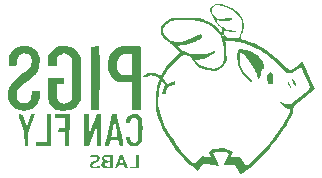
<source format=gbo>
G04 Layer: BottomSilkscreenLayer*
G04 EasyEDA v6.5.15, 2022-10-09 22:19:18*
G04 792860b319f64621ac1ba377023e4090,0b3a2bb33c9248688526e96ab25d6e06,10*
G04 Gerber Generator version 0.2*
G04 Scale: 100 percent, Rotated: No, Reflected: No *
G04 Dimensions in millimeters *
G04 leading zeros omitted , absolute positions ,4 integer and 5 decimal *
%FSLAX45Y45*%
%MOMM*%

%ADD10C,0.0001*%

%LPD*%
G36*
X3301034Y2150008D02*
G01*
X3259277Y2124608D01*
X3251149Y2092401D01*
X3253525Y2087981D01*
X3267506Y2087981D01*
X3267557Y2092452D01*
X3268065Y2096820D01*
X3269081Y2101189D01*
X3270554Y2105456D01*
X3272485Y2109571D01*
X3274923Y2113635D01*
X3277870Y2117547D01*
X3281324Y2121255D01*
X3297224Y2137105D01*
X3323894Y2136597D01*
X3334765Y2135632D01*
X3345891Y2133955D01*
X3357270Y2131568D01*
X3368751Y2128570D01*
X3380282Y2124913D01*
X3391814Y2120646D01*
X3403244Y2115870D01*
X3414572Y2110587D01*
X3425698Y2104847D01*
X3436518Y2098700D01*
X3446983Y2092147D01*
X3457041Y2085238D01*
X3466642Y2078075D01*
X3475634Y2070607D01*
X3484016Y2062937D01*
X3491687Y2055063D01*
X3498596Y2047036D01*
X3504692Y2038908D01*
X3507435Y2034844D01*
X3512108Y2026615D01*
X3524707Y2002028D01*
X3524300Y1927301D01*
X3495395Y1856282D01*
X3476650Y1857451D01*
X3406749Y1859483D01*
X3387902Y1879549D01*
X3380638Y1887931D01*
X3374644Y1895906D01*
X3370630Y1902612D01*
X3369106Y1907133D01*
X3369106Y1914601D01*
X3467455Y1909673D01*
X3480054Y1922221D01*
X3395573Y1928977D01*
X3362706Y1948383D01*
X3352546Y1955647D01*
X3342690Y1963928D01*
X3333445Y1972716D01*
X3325317Y1981657D01*
X3318611Y1990242D01*
X3315919Y1994306D01*
X3313734Y1998116D01*
X3312109Y2001621D01*
X3311144Y2004822D01*
X3310788Y2007565D01*
X3310788Y2014118D01*
X3327400Y2007819D01*
X3333038Y2005990D01*
X3339236Y2004415D01*
X3345840Y2003196D01*
X3352850Y2002282D01*
X3360064Y2001672D01*
X3367532Y2001316D01*
X3375050Y2001215D01*
X3382568Y2001418D01*
X3397250Y2002536D01*
X3410915Y2004568D01*
X3417112Y2005939D01*
X3422751Y2007514D01*
X3427780Y2009241D01*
X3432098Y2011172D01*
X3435604Y2013254D01*
X3438245Y2015489D01*
X3439871Y2017928D01*
X3440429Y2020468D01*
X3440429Y2026056D01*
X3320491Y2024125D01*
X3297021Y2040178D01*
X3292144Y2044141D01*
X3287674Y2048205D01*
X3283661Y2052421D01*
X3280105Y2056688D01*
X3276955Y2061057D01*
X3274212Y2065477D01*
X3271977Y2069947D01*
X3270148Y2074468D01*
X3268827Y2078989D01*
X3267913Y2083460D01*
X3267506Y2087981D01*
X3253525Y2087981D01*
X3298799Y2004060D01*
X3305352Y1993239D01*
X3312312Y1982724D01*
X3319322Y1973021D01*
X3326079Y1964588D01*
X3332073Y1958035D01*
X3352901Y1940204D01*
X3355035Y1924050D01*
X3355746Y1920392D01*
X3358337Y1911451D01*
X3362248Y1901393D01*
X3366922Y1891487D01*
X3373678Y1878787D01*
X3376269Y1872132D01*
X3376929Y1867611D01*
X3375558Y1865934D01*
X3372358Y1867611D01*
X3368090Y1872132D01*
X3363366Y1878787D01*
X3358692Y1886915D01*
X3352901Y1897583D01*
X3346704Y1907793D01*
X3340100Y1917598D01*
X3333089Y1926996D01*
X3325571Y1935988D01*
X3317646Y1944573D01*
X3309213Y1952853D01*
X3300272Y1960727D01*
X3290773Y1968296D01*
X3280816Y1975510D01*
X3270250Y1982470D01*
X3259175Y1989074D01*
X3247440Y1995424D01*
X3235198Y2001469D01*
X3222294Y2007311D01*
X3208731Y2012848D01*
X3164941Y2030120D01*
X2931566Y2030526D01*
X2905048Y2016404D01*
X2899257Y2013102D01*
X2893110Y2009089D01*
X2886710Y2004568D01*
X2880258Y1999640D01*
X2868066Y1989226D01*
X2862681Y1984044D01*
X2858008Y1979117D01*
X2837586Y1955901D01*
X2837586Y1929282D01*
X2855823Y1929282D01*
X2866186Y1950872D01*
X2868676Y1955495D01*
X2871927Y1960422D01*
X2875686Y1965452D01*
X2879852Y1970481D01*
X2884322Y1975256D01*
X2888996Y1979777D01*
X2893669Y1983790D01*
X2898241Y1987194D01*
X2919933Y2001926D01*
X2964332Y2009089D01*
X2976829Y2010816D01*
X2989427Y2012188D01*
X3008579Y2013712D01*
X3021431Y2014372D01*
X3040786Y2014778D01*
X3066592Y2014321D01*
X3079394Y2013661D01*
X3104743Y2011527D01*
X3117189Y2010054D01*
X3141573Y2006295D01*
X3153410Y2004009D01*
X3164992Y2001469D01*
X3176320Y1998675D01*
X3187242Y1995678D01*
X3197860Y1992375D01*
X3208070Y1988870D01*
X3217926Y1985111D01*
X3227273Y1981098D01*
X3236163Y1976882D01*
X3279190Y1954123D01*
X3336036Y1891131D01*
X3352241Y1848205D01*
X3356406Y1835657D01*
X3360165Y1822907D01*
X3363468Y1810004D01*
X3366312Y1796999D01*
X3368751Y1783943D01*
X3370681Y1770938D01*
X3372154Y1758035D01*
X3373170Y1745335D01*
X3373729Y1732838D01*
X3373831Y1720697D01*
X3373475Y1708912D01*
X3372612Y1697583D01*
X3371291Y1686763D01*
X3369462Y1676501D01*
X3367176Y1666900D01*
X3364382Y1658010D01*
X3361080Y1649933D01*
X3348736Y1625904D01*
X3289503Y1599793D01*
X3249930Y1605127D01*
X3236620Y1607718D01*
X3223463Y1611071D01*
X3210661Y1615186D01*
X3198215Y1619910D01*
X3186379Y1625295D01*
X3175152Y1631188D01*
X3169818Y1634337D01*
X3159810Y1640992D01*
X3150768Y1648104D01*
X3142742Y1655572D01*
X3122117Y1676806D01*
X3203803Y1685289D01*
X3297834Y1729739D01*
X3297834Y1738630D01*
X3297478Y1743862D01*
X3296310Y1747621D01*
X3294075Y1749806D01*
X3290417Y1750415D01*
X3285185Y1749501D01*
X3278073Y1747062D01*
X3268827Y1743049D01*
X3223260Y1720697D01*
X3087166Y1720697D01*
X3046476Y1740712D01*
X3035909Y1746453D01*
X3025089Y1752752D01*
X3014573Y1759254D01*
X3005023Y1765655D01*
X2996844Y1771599D01*
X2971190Y1792884D01*
X3021431Y1798066D01*
X3034487Y1799945D01*
X3047593Y1802384D01*
X3060649Y1805381D01*
X3073603Y1808835D01*
X3086354Y1812747D01*
X3098901Y1817116D01*
X3111144Y1821891D01*
X3122980Y1827123D01*
X3134410Y1832711D01*
X3145282Y1838655D01*
X3155594Y1844903D01*
X3188512Y1867204D01*
X3183382Y1880717D01*
X3181451Y1887270D01*
X3180892Y1890318D01*
X3180080Y1891233D01*
X3178759Y1891741D01*
X3176879Y1891842D01*
X3174441Y1891588D01*
X3167786Y1889912D01*
X3158591Y1886559D01*
X3146856Y1881581D01*
X3132378Y1874875D01*
X3115005Y1866442D01*
X3045256Y1831289D01*
X2998165Y1827987D01*
X2980791Y1827682D01*
X2963926Y1828088D01*
X2949702Y1829257D01*
X2944164Y1830070D01*
X2920695Y1834489D01*
X2863850Y1886661D01*
X2855823Y1929282D01*
X2837586Y1929282D01*
X2837586Y1893519D01*
X2856077Y1869897D01*
X2864916Y1860042D01*
X2874518Y1850542D01*
X2884627Y1841601D01*
X2894838Y1833575D01*
X2904947Y1826717D01*
X2911805Y1822551D01*
X2917596Y1818233D01*
X2925521Y1811832D01*
X2945536Y1794459D01*
X2956661Y1784400D01*
X3002889Y1741220D01*
X2879394Y1617370D01*
X2837586Y1538071D01*
X2789478Y1562506D01*
X2724150Y1562455D01*
X2702610Y1549349D01*
X2696108Y1545183D01*
X2690774Y1541373D01*
X2686659Y1537919D01*
X2683662Y1534820D01*
X2681782Y1532128D01*
X2680970Y1529842D01*
X2681224Y1527962D01*
X2682494Y1526590D01*
X2684729Y1525676D01*
X2687929Y1525270D01*
X2692044Y1525371D01*
X2697073Y1525981D01*
X2702966Y1527149D01*
X2709672Y1528927D01*
X2717190Y1531315D01*
X2725470Y1534261D01*
X2752750Y1544675D01*
X2775254Y1540459D01*
X2780080Y1539392D01*
X2790190Y1536192D01*
X2795219Y1534210D01*
X2800045Y1532026D01*
X2804464Y1529740D01*
X2808376Y1527403D01*
X2811627Y1525066D01*
X2825445Y1513890D01*
X2817063Y1491742D01*
X2811729Y1473860D01*
X2805734Y1450136D01*
X2802839Y1437589D01*
X2792222Y1387297D01*
X2792222Y1288084D01*
X2816707Y1288084D01*
X2823210Y1417218D01*
X2847949Y1494688D01*
X2871978Y1458366D01*
X2861259Y1435963D01*
X2857093Y1426006D01*
X2853690Y1415440D01*
X2852369Y1410360D01*
X2850743Y1401267D01*
X2850540Y1397609D01*
X2850540Y1381709D01*
X2876448Y1381709D01*
X2876448Y1413002D01*
X2909671Y1452270D01*
X2954274Y1460601D01*
X2954274Y1491691D01*
X2928467Y1485341D01*
X2911805Y1480464D01*
X2891739Y1473301D01*
X2856128Y1517700D01*
X2903880Y1602740D01*
X2954020Y1655267D01*
X2963672Y1665071D01*
X2982823Y1683512D01*
X2999994Y1698853D01*
X3007106Y1704746D01*
X3012948Y1709115D01*
X3035808Y1723288D01*
X3096209Y1701647D01*
X3099968Y1686560D01*
X3101289Y1682953D01*
X3103524Y1678482D01*
X3106521Y1673352D01*
X3114548Y1661718D01*
X3124352Y1649475D01*
X3129635Y1643532D01*
X3155492Y1615592D01*
X3223260Y1586433D01*
X3307537Y1580743D01*
X3365195Y1611579D01*
X3396081Y1669034D01*
X3392576Y1746097D01*
X3391509Y1764284D01*
X3388817Y1796084D01*
X3387344Y1808124D01*
X3385972Y1816557D01*
X3385312Y1819148D01*
X3380587Y1833676D01*
X3418027Y1832660D01*
X3441547Y1831339D01*
X3453180Y1830324D01*
X3476244Y1827580D01*
X3487674Y1825853D01*
X3510330Y1821637D01*
X3532733Y1816455D01*
X3543858Y1813509D01*
X3565906Y1806803D01*
X3576929Y1803095D01*
X3587851Y1799132D01*
X3604158Y1792681D01*
X3625850Y1783181D01*
X3636619Y1778050D01*
X3658108Y1766976D01*
X3679545Y1754835D01*
X3695547Y1745030D01*
X3711549Y1734616D01*
X3727551Y1723593D01*
X3743553Y1711960D01*
X3759555Y1699666D01*
X3780942Y1682343D01*
X3802379Y1663852D01*
X3823919Y1644243D01*
X3845509Y1623466D01*
X3908704Y1560576D01*
X3948480Y1561693D01*
X4024477Y1613916D01*
X4059021Y1538071D01*
X4089095Y1473149D01*
X4093108Y1464056D01*
X4096004Y1456182D01*
X4097629Y1449171D01*
X4097934Y1445869D01*
X4097883Y1442669D01*
X4097426Y1439570D01*
X4096512Y1436420D01*
X4095191Y1433322D01*
X4093464Y1430070D01*
X4091228Y1426768D01*
X4088485Y1423314D01*
X4081475Y1415796D01*
X4072280Y1407160D01*
X4060698Y1397152D01*
X3940048Y1297736D01*
X3920439Y1297736D01*
X3915816Y1297990D01*
X3910126Y1298752D01*
X3896563Y1301445D01*
X3889095Y1303324D01*
X3873957Y1307846D01*
X3832606Y1323035D01*
X3894328Y1266494D01*
X3918102Y1261211D01*
X3921912Y1260195D01*
X3925062Y1259027D01*
X3927601Y1257604D01*
X3929481Y1255826D01*
X3930700Y1253642D01*
X3931259Y1250848D01*
X3931158Y1247444D01*
X3930294Y1243228D01*
X3928770Y1238148D01*
X3926484Y1232103D01*
X3919728Y1216660D01*
X3909872Y1196035D01*
X3874465Y1123492D01*
X3757574Y968806D01*
X3662019Y870458D01*
X3634079Y842162D01*
X3609187Y817422D01*
X3588918Y797864D01*
X3575050Y785164D01*
X3571036Y781862D01*
X3558692Y775157D01*
X3510940Y852271D01*
X3428441Y852271D01*
X3440887Y877316D01*
X3442919Y882345D01*
X3444138Y886714D01*
X3444494Y890524D01*
X3443935Y893927D01*
X3442309Y896975D01*
X3439617Y899820D01*
X3435756Y902462D01*
X3430676Y905154D01*
X3424224Y907846D01*
X3407105Y913892D01*
X3373932Y924864D01*
X3280664Y918921D01*
X3240328Y895146D01*
X3252724Y871219D01*
X3255111Y866241D01*
X3256686Y862126D01*
X3257448Y858875D01*
X3257194Y856437D01*
X3255924Y854710D01*
X3253486Y853643D01*
X3249828Y853084D01*
X3244799Y853084D01*
X3230422Y854303D01*
X3182721Y859790D01*
X3126841Y788517D01*
X3105708Y803605D01*
X3099409Y808532D01*
X3092754Y814273D01*
X3078276Y827836D01*
X3062579Y843991D01*
X3045917Y862380D01*
X3028543Y882650D01*
X3010712Y904392D01*
X2992729Y927353D01*
X2979267Y945134D01*
X2965958Y963269D01*
X2944418Y993800D01*
X2928061Y1018133D01*
X2912770Y1041958D01*
X2898800Y1065022D01*
X2886456Y1086916D01*
X2875940Y1107338D01*
X2844546Y1171956D01*
X2816707Y1288084D01*
X2792222Y1288084D01*
X2792222Y1267917D01*
X2807055Y1208735D01*
X2811119Y1194358D01*
X2814116Y1184656D01*
X2819095Y1169822D01*
X2828645Y1144676D01*
X2835097Y1129334D01*
X2846933Y1103426D01*
X2857398Y1082395D01*
X2868676Y1061262D01*
X2880766Y1039977D01*
X2893568Y1018641D01*
X2903677Y1002639D01*
X2914142Y986637D01*
X2932430Y960119D01*
X2939999Y949553D01*
X2959608Y923391D01*
X2975914Y902716D01*
X2996996Y877366D01*
X3014370Y857453D01*
X3032201Y837996D01*
X3050387Y818997D01*
X3073654Y796086D01*
X3083052Y787146D01*
X3097377Y774090D01*
X3147618Y729589D01*
X3195726Y794867D01*
X3248660Y788466D01*
X3272383Y785114D01*
X3293516Y781761D01*
X3315055Y778052D01*
X3319119Y777697D01*
X3322269Y777748D01*
X3324606Y778306D01*
X3326129Y779475D01*
X3326841Y781405D01*
X3326739Y784098D01*
X3325825Y787654D01*
X3324199Y792175D01*
X3318560Y804468D01*
X3278073Y884834D01*
X3289554Y889508D01*
X3292856Y890473D01*
X3297732Y891336D01*
X3311499Y892708D01*
X3328924Y893622D01*
X3348126Y893826D01*
X3395218Y893419D01*
X3410712Y877925D01*
X3385769Y827328D01*
X3378301Y811377D01*
X3372662Y798271D01*
X3369564Y789686D01*
X3369106Y787552D01*
X3369106Y781202D01*
X3463340Y781202D01*
X3495497Y727862D01*
X3498494Y723239D01*
X3501339Y719328D01*
X3504031Y716076D01*
X3506673Y713536D01*
X3509314Y711708D01*
X3511956Y710488D01*
X3514801Y710031D01*
X3517798Y710184D01*
X3521049Y711047D01*
X3524656Y712571D01*
X3528618Y714756D01*
X3533089Y717600D01*
X3543604Y725271D01*
X3569411Y745540D01*
X3589375Y761949D01*
X3609492Y779322D01*
X3639769Y806856D01*
X3664915Y831087D01*
X3684981Y851204D01*
X3704793Y871778D01*
X3729278Y898194D01*
X3757929Y930554D01*
X3781094Y957834D01*
X3799027Y979830D01*
X3820668Y1007313D01*
X3837228Y1029258D01*
X3856939Y1056386D01*
X3871772Y1077772D01*
X3889095Y1103985D01*
X3901897Y1124458D01*
X3913632Y1144371D01*
X3924350Y1163624D01*
X3933850Y1182166D01*
X3938168Y1191107D01*
X3945839Y1208430D01*
X3952189Y1224737D01*
X3957116Y1240078D01*
X3959047Y1247292D01*
X3967479Y1284630D01*
X4139996Y1427429D01*
X4133697Y1443482D01*
X4117898Y1478534D01*
X4061714Y1599082D01*
X4041800Y1643481D01*
X4039006Y1648866D01*
X4036415Y1652981D01*
X4033977Y1655775D01*
X4031538Y1657299D01*
X4028998Y1657654D01*
X4026204Y1656842D01*
X4023055Y1654911D01*
X4019499Y1651914D01*
X4010507Y1642821D01*
X4002024Y1634693D01*
X3991356Y1625803D01*
X3979367Y1616710D01*
X3966921Y1608023D01*
X3954830Y1600250D01*
X3943959Y1594002D01*
X3939286Y1591614D01*
X3935171Y1589836D01*
X3931818Y1588719D01*
X3929329Y1588312D01*
X3927703Y1588820D01*
X3925214Y1590243D01*
X3917696Y1595780D01*
X3907434Y1604264D01*
X3894988Y1615287D01*
X3881018Y1628241D01*
X3855618Y1652879D01*
X3834790Y1672437D01*
X3814165Y1690928D01*
X3793642Y1708302D01*
X3773220Y1724609D01*
X3752799Y1739900D01*
X3732428Y1754174D01*
X3722217Y1760982D01*
X3706825Y1770684D01*
X3686251Y1782825D01*
X3665524Y1794103D01*
X3644595Y1804466D01*
X3623411Y1814017D01*
X3612692Y1818487D01*
X3591051Y1826818D01*
X3564636Y1835861D01*
X3548024Y1841296D01*
X3535273Y1845716D01*
X3526078Y1849526D01*
X3522675Y1851406D01*
X3520033Y1853285D01*
X3518052Y1855317D01*
X3516680Y1857502D01*
X3515918Y1859889D01*
X3515715Y1862582D01*
X3515969Y1865579D01*
X3516680Y1869033D01*
X3519220Y1877415D01*
X3527044Y1900732D01*
X3530498Y1912975D01*
X3533292Y1924964D01*
X3535375Y1936699D01*
X3536797Y1948129D01*
X3537508Y1959356D01*
X3537559Y1970278D01*
X3536899Y1980946D01*
X3535578Y1991309D01*
X3534714Y1996389D01*
X3532378Y2006396D01*
X3529380Y2016099D01*
X3525672Y2025548D01*
X3521354Y2034692D01*
X3516325Y2043582D01*
X3510635Y2052167D01*
X3504234Y2060498D01*
X3497224Y2068525D01*
X3489502Y2076297D01*
X3481120Y2083765D01*
X3472129Y2090978D01*
X3462426Y2097836D01*
X3452063Y2104440D01*
X3441039Y2110740D01*
X3429304Y2116785D01*
X3416960Y2122474D01*
X3403955Y2127910D01*
X3390290Y2133041D01*
X3375964Y2137867D01*
X3368344Y2140204D01*
X3352546Y2144318D01*
X3337509Y2147519D01*
X3330905Y2148636D01*
X3325164Y2149348D01*
X3320491Y2149652D01*
G37*
G36*
X1699920Y1794459D02*
G01*
X1668322Y1791665D01*
X1661515Y1790852D01*
X1654200Y1789633D01*
X1646631Y1788058D01*
X1639112Y1786178D01*
X1631746Y1784045D01*
X1624838Y1781708D01*
X1618589Y1779270D01*
X1613204Y1776780D01*
X1589735Y1764741D01*
X1550822Y1709877D01*
X1550822Y1623822D01*
X1569466Y1621688D01*
X1577898Y1621180D01*
X1587144Y1621332D01*
X1596034Y1622094D01*
X1603502Y1623415D01*
X1618894Y1627276D01*
X1618894Y1653336D01*
X1619097Y1659585D01*
X1619554Y1665630D01*
X1620367Y1671472D01*
X1621434Y1677060D01*
X1622806Y1682394D01*
X1624482Y1687525D01*
X1626412Y1692351D01*
X1628546Y1696974D01*
X1630984Y1701292D01*
X1633626Y1705305D01*
X1636522Y1709064D01*
X1639620Y1712518D01*
X1642872Y1715668D01*
X1646377Y1718513D01*
X1650034Y1721053D01*
X1653844Y1723237D01*
X1657857Y1725066D01*
X1661972Y1726590D01*
X1666239Y1727758D01*
X1670659Y1728520D01*
X1675180Y1728978D01*
X1679803Y1729028D01*
X1684477Y1728673D01*
X1689303Y1727962D01*
X1694129Y1726844D01*
X1699056Y1725320D01*
X1704035Y1723339D01*
X1709064Y1720951D01*
X1727301Y1711604D01*
X1743760Y1671980D01*
X1736648Y1619148D01*
X1715363Y1596847D01*
X1707337Y1589328D01*
X1684832Y1569923D01*
X1671624Y1559102D01*
X1631238Y1527251D01*
X1619097Y1517142D01*
X1607870Y1507337D01*
X1597609Y1497838D01*
X1588262Y1488541D01*
X1579778Y1479448D01*
X1572209Y1470507D01*
X1565452Y1461668D01*
X1559560Y1452930D01*
X1554480Y1444193D01*
X1550212Y1435455D01*
X1548333Y1431086D01*
X1545234Y1422247D01*
X1542846Y1413306D01*
X1541221Y1404264D01*
X1540256Y1394968D01*
X1540002Y1385519D01*
X1540408Y1375765D01*
X1541475Y1365707D01*
X1543202Y1355293D01*
X1545488Y1344523D01*
X1548384Y1333296D01*
X1555597Y1307490D01*
X1609191Y1254252D01*
X1677263Y1239774D01*
X1745335Y1254252D01*
X1798929Y1307490D01*
X1807565Y1338986D01*
X1810156Y1351838D01*
X1812086Y1365351D01*
X1813204Y1377899D01*
X1813356Y1407515D01*
X1743760Y1407515D01*
X1735175Y1343202D01*
X1704543Y1307744D01*
X1651304Y1307744D01*
X1615643Y1343253D01*
X1615643Y1410766D01*
X1628495Y1427581D01*
X1633423Y1433169D01*
X1640738Y1440383D01*
X1649933Y1448714D01*
X1660448Y1457756D01*
X1671777Y1467002D01*
X1711858Y1497787D01*
X1735328Y1516938D01*
X1745437Y1525676D01*
X1754530Y1533956D01*
X1762709Y1541881D01*
X1770024Y1549450D01*
X1776628Y1556867D01*
X1782521Y1564081D01*
X1787804Y1571244D01*
X1792579Y1578356D01*
X1808835Y1604010D01*
X1814982Y1689404D01*
X1788972Y1747926D01*
X1762302Y1767839D01*
X1751075Y1774799D01*
X1739036Y1781098D01*
X1727606Y1785975D01*
X1722628Y1787702D01*
G37*
G36*
X2018233Y1793900D02*
G01*
X2012137Y1793646D01*
X1999437Y1792173D01*
X1985264Y1789328D01*
X1947621Y1780032D01*
X1892503Y1727149D01*
X1883968Y1695551D01*
X1881428Y1682191D01*
X1879498Y1667764D01*
X1878787Y1660702D01*
X1878228Y1648053D01*
X1878177Y1620570D01*
X1956003Y1620570D01*
X1956104Y1660753D01*
X1956917Y1673910D01*
X1957730Y1679702D01*
X1958746Y1685036D01*
X1960067Y1689912D01*
X1961692Y1694332D01*
X1963623Y1698447D01*
X1965909Y1702155D01*
X1968550Y1705610D01*
X1971548Y1708759D01*
X1974951Y1711655D01*
X1978761Y1714398D01*
X1987702Y1719325D01*
X2015693Y1731111D01*
X2033625Y1727149D01*
X2037537Y1726031D01*
X2041804Y1724355D01*
X2046274Y1722170D01*
X2050846Y1719580D01*
X2055317Y1716684D01*
X2059584Y1713534D01*
X2063546Y1710283D01*
X2067001Y1706880D01*
X2082393Y1690573D01*
X2082393Y1344015D01*
X2067204Y1327861D01*
X2063800Y1324559D01*
X2059990Y1321308D01*
X2051710Y1315313D01*
X2047443Y1312722D01*
X2043277Y1310538D01*
X2039315Y1308862D01*
X2035759Y1307693D01*
X2019503Y1303629D01*
X1976475Y1317802D01*
X1956003Y1348943D01*
X1956003Y1465630D01*
X2020824Y1465630D01*
X2020824Y1523746D01*
X1878177Y1523746D01*
X1878279Y1359103D01*
X1892503Y1307439D01*
X1948586Y1253693D01*
X2018284Y1239266D01*
X2051710Y1246378D01*
X2058873Y1248105D01*
X2073960Y1252778D01*
X2081479Y1255572D01*
X2088642Y1258519D01*
X2095246Y1261567D01*
X2101138Y1264615D01*
X2105964Y1267561D01*
X2126792Y1281633D01*
X2156917Y1338529D01*
X2156917Y1692046D01*
X2144420Y1721612D01*
X2141677Y1727149D01*
X2138730Y1732432D01*
X2135632Y1737461D01*
X2132330Y1742287D01*
X2125167Y1751228D01*
X2121255Y1755343D01*
X2117140Y1759254D01*
X2112822Y1762963D01*
X2108301Y1766417D01*
X2103526Y1769668D01*
X2098497Y1772767D01*
X2087778Y1778304D01*
X2082038Y1780793D01*
X2076043Y1783080D01*
X2063242Y1787143D01*
X2049373Y1790496D01*
X2036368Y1792833D01*
X2030222Y1793493D01*
X2024227Y1793849D01*
G37*
G36*
X2312670Y1789125D02*
G01*
X2244445Y1785264D01*
X2244445Y1249324D01*
X2315768Y1249324D01*
X2317750Y1577390D01*
X2317750Y1691182D01*
X2317343Y1738985D01*
X2316683Y1770024D01*
X2316022Y1780235D01*
G37*
G36*
X2662936Y1788464D02*
G01*
X2510231Y1788414D01*
X2458415Y1774088D01*
X2404770Y1720646D01*
X2396591Y1690928D01*
X2394762Y1681480D01*
X2393188Y1670304D01*
X2391918Y1658061D01*
X2391003Y1645361D01*
X2390531Y1631238D01*
X2461615Y1631238D01*
X2461615Y1655267D01*
X2487726Y1709013D01*
X2504135Y1716430D01*
X2508148Y1717954D01*
X2513279Y1719325D01*
X2519375Y1720596D01*
X2526131Y1721713D01*
X2533345Y1722628D01*
X2548483Y1723745D01*
X2591257Y1723898D01*
X2591257Y1543100D01*
X2509875Y1543100D01*
X2494788Y1553616D01*
X2491282Y1556359D01*
X2487879Y1559509D01*
X2484678Y1563065D01*
X2481580Y1566976D01*
X2478684Y1571244D01*
X2475941Y1575816D01*
X2473401Y1580642D01*
X2471064Y1585722D01*
X2468981Y1591005D01*
X2467102Y1596491D01*
X2465476Y1602130D01*
X2464104Y1607820D01*
X2462225Y1619504D01*
X2461768Y1625396D01*
X2461615Y1631238D01*
X2390531Y1631238D01*
X2390597Y1585061D01*
X2407005Y1551228D01*
X2410714Y1544116D01*
X2414320Y1537766D01*
X2417826Y1532128D01*
X2421432Y1527048D01*
X2425141Y1522425D01*
X2429052Y1518208D01*
X2433320Y1514195D01*
X2437942Y1510385D01*
X2443124Y1506575D01*
X2455214Y1498752D01*
X2477820Y1485036D01*
X2590952Y1484985D01*
X2594508Y1249324D01*
X2665780Y1249324D01*
X2667812Y1577390D01*
X2667812Y1691081D01*
X2667406Y1738833D01*
X2666796Y1769770D01*
X2666187Y1779879D01*
G37*
G36*
X3499764Y1762658D02*
G01*
X3484422Y1716278D01*
X3489350Y1629410D01*
X3531057Y1544980D01*
X3597097Y1483512D01*
X3611524Y1497888D01*
X3572713Y1535938D01*
X3562908Y1546606D01*
X3553104Y1558290D01*
X3543858Y1570278D01*
X3535629Y1581912D01*
X3528923Y1592529D01*
X3526282Y1597304D01*
X3509213Y1630273D01*
X3508857Y1693672D01*
X3509416Y1713179D01*
X3510483Y1728622D01*
X3511194Y1734210D01*
X3511956Y1738122D01*
X3512870Y1740052D01*
X3513937Y1740712D01*
X3515360Y1740814D01*
X3517087Y1740357D01*
X3521354Y1737969D01*
X3526688Y1733753D01*
X3532936Y1727809D01*
X3539947Y1720443D01*
X3547618Y1711706D01*
X3555796Y1701850D01*
X3564331Y1691030D01*
X3582162Y1667154D01*
X3599942Y1641500D01*
X3608527Y1628495D01*
X3616706Y1615541D01*
X3624427Y1602841D01*
X3631437Y1590598D01*
X3637737Y1579016D01*
X3643122Y1568196D01*
X3647440Y1558340D01*
X3663137Y1515770D01*
X3672078Y1527810D01*
X3674008Y1530807D01*
X3678377Y1539240D01*
X3682796Y1549958D01*
X3686810Y1561592D01*
X3695903Y1594764D01*
X3704285Y1594764D01*
X3707688Y1595069D01*
X3710076Y1596237D01*
X3711600Y1598472D01*
X3712210Y1602130D01*
X3711854Y1607515D01*
X3710635Y1614881D01*
X3708501Y1624533D01*
X3698392Y1665020D01*
X3672027Y1695551D01*
X3663594Y1704441D01*
X3655009Y1712518D01*
X3646170Y1719783D01*
X3637026Y1726336D01*
X3627374Y1732229D01*
X3617264Y1737563D01*
X3606444Y1742338D01*
X3594912Y1746656D01*
X3582568Y1750568D01*
X3568547Y1754276D01*
X3552901Y1757730D01*
X3537813Y1760372D01*
X3525164Y1761947D01*
G37*
G36*
X3764534Y1575409D02*
G01*
X3761536Y1574241D01*
X3757523Y1571193D01*
X3753053Y1566621D01*
X3748684Y1561033D01*
X3738626Y1546707D01*
X3738727Y1512773D01*
X3739743Y1500835D01*
X3741572Y1489913D01*
X3743960Y1481226D01*
X3745331Y1478127D01*
X3752037Y1465630D01*
X3777030Y1465630D01*
X3783736Y1478127D01*
X3785108Y1481226D01*
X3786378Y1485188D01*
X3788511Y1495196D01*
X3789934Y1506778D01*
X3790340Y1512773D01*
X3790442Y1546707D01*
X3780383Y1561033D01*
X3776014Y1566621D01*
X3771544Y1571193D01*
X3767582Y1574241D01*
G37*
G36*
X3950258Y1520190D02*
G01*
X3947769Y1512722D01*
X3947363Y1509928D01*
X3947718Y1506321D01*
X3948734Y1502054D01*
X3950360Y1497279D01*
X3952494Y1492148D01*
X3955034Y1486814D01*
X3957878Y1481480D01*
X3964381Y1471269D01*
X3967835Y1466697D01*
X3971340Y1462735D01*
X3974795Y1459534D01*
X3978148Y1456944D01*
X3980738Y1455267D01*
X3982669Y1454556D01*
X3983888Y1454759D01*
X3984345Y1455928D01*
X3984091Y1458010D01*
X3983177Y1461058D01*
X3979113Y1470050D01*
X3972153Y1482852D01*
G37*
G36*
X3913327Y1491437D02*
G01*
X3911346Y1490827D01*
X3910177Y1488998D01*
X3909822Y1486204D01*
X3910228Y1482547D01*
X3911295Y1478280D01*
X3912920Y1473555D01*
X3915105Y1468526D01*
X3917696Y1463395D01*
X3920744Y1458315D01*
X3924046Y1453438D01*
X3927601Y1449019D01*
X3931361Y1445158D01*
X3938727Y1438605D01*
X3941267Y1436573D01*
X3943096Y1435506D01*
X3944162Y1435354D01*
X3944416Y1436268D01*
X3943959Y1438300D01*
X3940759Y1445920D01*
X3930091Y1467256D01*
X3924960Y1476654D01*
X3920083Y1484325D01*
X3916019Y1489557D01*
G37*
G36*
X1631848Y1214678D02*
G01*
X1631848Y1205433D01*
X1632712Y1200810D01*
X1635099Y1192479D01*
X1638757Y1181100D01*
X1649120Y1151991D01*
X1678787Y1075029D01*
X1685188Y942644D01*
X1716125Y942644D01*
X1716125Y1050848D01*
X1774189Y1213815D01*
X1736394Y1213815D01*
X1699920Y1102207D01*
X1666493Y1210614D01*
G37*
G36*
X2613812Y1213815D02*
G01*
X2607106Y1213612D01*
X2600655Y1213053D01*
X2594508Y1212088D01*
X2588615Y1210767D01*
X2582976Y1209090D01*
X2577693Y1207008D01*
X2572664Y1204620D01*
X2567940Y1201928D01*
X2563571Y1198880D01*
X2559558Y1195527D01*
X2555849Y1191818D01*
X2552496Y1187856D01*
X2549499Y1183589D01*
X2546858Y1179068D01*
X2544622Y1174242D01*
X2542743Y1169111D01*
X2541320Y1163777D01*
X2540254Y1158138D01*
X2539593Y1152296D01*
X2539390Y1136345D01*
X2578303Y1136345D01*
X2578303Y1151178D01*
X2578709Y1156157D01*
X2579928Y1160830D01*
X2581859Y1165098D01*
X2584450Y1169009D01*
X2587548Y1172464D01*
X2591155Y1175512D01*
X2595168Y1178052D01*
X2599436Y1180084D01*
X2603957Y1181557D01*
X2608630Y1182420D01*
X2613406Y1182725D01*
X2618130Y1182370D01*
X2622753Y1181303D01*
X2627223Y1179576D01*
X2631440Y1177036D01*
X2635351Y1173784D01*
X2643124Y1166063D01*
X2643124Y996746D01*
X2626258Y973836D01*
X2588006Y978153D01*
X2575610Y1020114D01*
X2538374Y1020114D01*
X2546807Y978153D01*
X2584958Y942644D01*
X2636418Y942644D01*
X2678734Y980287D01*
X2681122Y1067308D01*
X2681478Y1099413D01*
X2681071Y1128166D01*
X2680665Y1140256D01*
X2680055Y1150264D01*
X2679293Y1157782D01*
X2674670Y1182979D01*
X2643682Y1213815D01*
G37*
G36*
X2422956Y1213815D02*
G01*
X2404364Y1132230D01*
X2379649Y1020114D01*
X2414828Y1020114D01*
X2419197Y1038402D01*
X2424531Y1065225D01*
X2430932Y1099718D01*
X2434386Y1116076D01*
X2437739Y1129792D01*
X2440635Y1139240D01*
X2441752Y1141882D01*
X2446731Y1150721D01*
X2461564Y1069441D01*
X2465832Y1043787D01*
X2467965Y1028750D01*
X2468067Y1020114D01*
X2379649Y1020114D01*
X2366975Y959459D01*
X2364892Y948131D01*
X2364384Y944422D01*
X2365756Y943559D01*
X2369566Y943152D01*
X2375154Y943254D01*
X2382012Y943813D01*
X2399588Y945845D01*
X2411018Y994308D01*
X2474976Y994308D01*
X2478735Y981710D01*
X2482138Y967943D01*
X2487777Y942644D01*
X2519934Y942644D01*
X2519934Y952601D01*
X2519172Y959662D01*
X2517140Y971448D01*
X2514142Y986332D01*
X2504236Y1029716D01*
X2491536Y1086967D01*
X2475585Y1160322D01*
X2468575Y1191056D01*
X2464866Y1205738D01*
X2462022Y1213815D01*
G37*
G36*
X2189327Y1213815D02*
G01*
X2189327Y942644D01*
X2228545Y942644D01*
X2237486Y964844D01*
X2254351Y1008887D01*
X2296312Y1120190D01*
X2299919Y942644D01*
X2331974Y942644D01*
X2331974Y1213815D01*
X2294229Y1213815D01*
X2271014Y1148181D01*
X2257958Y1112520D01*
X2246376Y1082040D01*
X2237384Y1059586D01*
X2234234Y1052220D01*
X2231390Y1046937D01*
X2230983Y1047292D01*
X2230170Y1052423D01*
X2229459Y1062786D01*
X2228900Y1077620D01*
X2228291Y1117346D01*
X2228240Y1213815D01*
G37*
G36*
X1936546Y1213815D02*
G01*
X1936546Y1181557D01*
X2027275Y1181557D01*
X2027275Y1098346D01*
X1972208Y1094384D01*
X1968042Y1065326D01*
X2027275Y1065326D01*
X2027275Y941781D01*
X2062937Y945845D01*
X2066442Y1213815D01*
G37*
G36*
X1871725Y1213815D02*
G01*
X1871725Y974902D01*
X1780946Y974902D01*
X1780946Y942187D01*
X1907387Y945845D01*
X1909470Y1101953D01*
X1909521Y1155293D01*
X1909114Y1182319D01*
X1908403Y1199896D01*
X1907997Y1204468D01*
X1904542Y1213815D01*
G37*
G36*
X2296312Y872185D02*
G01*
X2245461Y868375D01*
X2240127Y852271D01*
X2299563Y852271D01*
X2299563Y827633D01*
X2244445Y810260D01*
X2240280Y773988D01*
X2255774Y755396D01*
X2318969Y755396D01*
X2318969Y774903D01*
X2269744Y767080D01*
X2254910Y784910D01*
X2259584Y792429D01*
X2263444Y796036D01*
X2270455Y800252D01*
X2279650Y804519D01*
X2290013Y808380D01*
X2315768Y816762D01*
X2320086Y854862D01*
G37*
G36*
X2630119Y871626D02*
G01*
X2630119Y768299D01*
X2571800Y768299D01*
X2571800Y755396D01*
X2649575Y755396D01*
X2649575Y871626D01*
G37*
G36*
X2493670Y871626D02*
G01*
X2466075Y800608D01*
X2487523Y800608D01*
X2487777Y808685D01*
X2488539Y813003D01*
X2490419Y818896D01*
X2493213Y825500D01*
X2496566Y832103D01*
X2505100Y847496D01*
X2515666Y817372D01*
X2517800Y810818D01*
X2518918Y806196D01*
X2518765Y803249D01*
X2517292Y801573D01*
X2514396Y800760D01*
X2509926Y800557D01*
X2466075Y800608D01*
X2448763Y755396D01*
X2468422Y755396D01*
X2480716Y787704D01*
X2526182Y787704D01*
X2534310Y755396D01*
X2557729Y755396D01*
X2517952Y860298D01*
X2515565Y864717D01*
X2512110Y868273D01*
X2507996Y870712D01*
X2503779Y871626D01*
G37*
G36*
X2429205Y871626D02*
G01*
X2395829Y871423D01*
X2383739Y870813D01*
X2372360Y869746D01*
X2362962Y868324D01*
X2344775Y863600D01*
X2341943Y852271D01*
X2409748Y852271D01*
X2409748Y819200D01*
X2361133Y823214D01*
X2356967Y852271D01*
X2341943Y852271D01*
X2336800Y831951D01*
X2350566Y818235D01*
X2330450Y787704D01*
X2341067Y771550D01*
X2361133Y771550D01*
X2361133Y803808D01*
X2409748Y807821D01*
X2409748Y767537D01*
X2361133Y771550D01*
X2341067Y771550D01*
X2351684Y755396D01*
X2429205Y755396D01*
G37*
M02*

</source>
